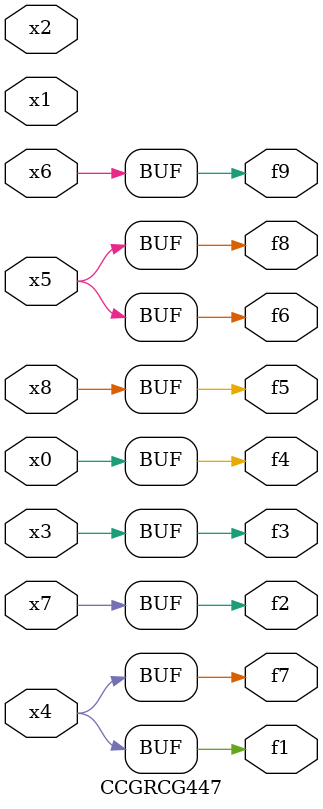
<source format=v>
module CCGRCG447(
	input x0, x1, x2, x3, x4, x5, x6, x7, x8,
	output f1, f2, f3, f4, f5, f6, f7, f8, f9
);
	assign f1 = x4;
	assign f2 = x7;
	assign f3 = x3;
	assign f4 = x0;
	assign f5 = x8;
	assign f6 = x5;
	assign f7 = x4;
	assign f8 = x5;
	assign f9 = x6;
endmodule

</source>
